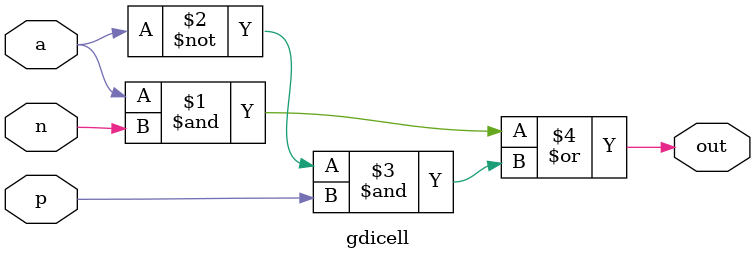
<source format=v>
module gdicell(a, n, p, out);
  input a, n, p;
  output out;
  assign out = (a & n)|(~a & p);
endmodule
</source>
